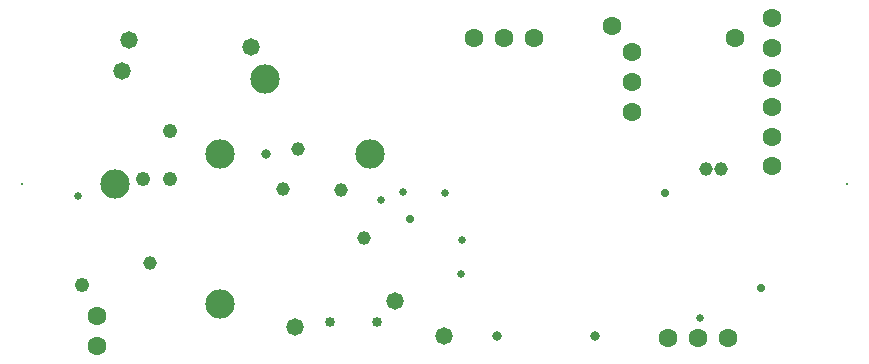
<source format=gbs>
G04 Layer_Color=16711935*
%FSLAX43Y43*%
%MOMM*%
G71*
G01*
G75*
%ADD101C,1.600*%
%ADD102C,1.473*%
%ADD103C,0.853*%
%ADD104C,0.203*%
%ADD105C,2.489*%
%ADD106C,1.219*%
%ADD107C,1.168*%
%ADD108C,0.660*%
%ADD109C,0.711*%
%ADD110C,0.838*%
D101*
X-60503Y2540D02*
D03*
Y5080D02*
D03*
X-16891Y29591D02*
D03*
X-3353Y22758D02*
D03*
Y20218D02*
D03*
X-3327Y17780D02*
D03*
Y30277D02*
D03*
Y27737D02*
D03*
Y25197D02*
D03*
X-7112Y3175D02*
D03*
X-6477Y28575D02*
D03*
X-9652Y3175D02*
D03*
X-12192D02*
D03*
X-15240Y22352D02*
D03*
Y24892D02*
D03*
Y27432D02*
D03*
X-23495Y28575D02*
D03*
X-26035D02*
D03*
X-28575D02*
D03*
D102*
X-31115Y3404D02*
D03*
X-47473Y27864D02*
D03*
X-57780Y28448D02*
D03*
X-58420Y25832D02*
D03*
X-43713Y4166D02*
D03*
X-35255Y6299D02*
D03*
D103*
X-36811Y4587D02*
D03*
X-40811D02*
D03*
D104*
X2972Y16256D02*
D03*
X-66878D02*
D03*
D105*
X-37389Y18796D02*
D03*
X-46279Y25146D02*
D03*
X-50089Y6096D02*
D03*
X-58979Y16256D02*
D03*
X-50089Y18796D02*
D03*
D106*
X-54305Y20701D02*
D03*
X-61773Y7671D02*
D03*
X-56591Y16688D02*
D03*
X-54305D02*
D03*
D107*
X-56007Y9576D02*
D03*
X-7645Y17501D02*
D03*
X-8915Y17475D02*
D03*
X-43459Y19177D02*
D03*
X-37922Y11684D02*
D03*
X-39878Y15723D02*
D03*
X-44780Y15850D02*
D03*
D108*
X-62128Y15240D02*
D03*
X-9474Y4902D02*
D03*
X-29616Y11506D02*
D03*
X-31064Y15519D02*
D03*
X-29713Y8656D02*
D03*
X-34646Y15596D02*
D03*
X-36474Y14910D02*
D03*
D109*
X-33985Y13259D02*
D03*
X-4318Y7468D02*
D03*
X-12395Y15469D02*
D03*
D110*
X-18339Y3378D02*
D03*
X-26645D02*
D03*
X-46228Y18796D02*
D03*
M02*

</source>
